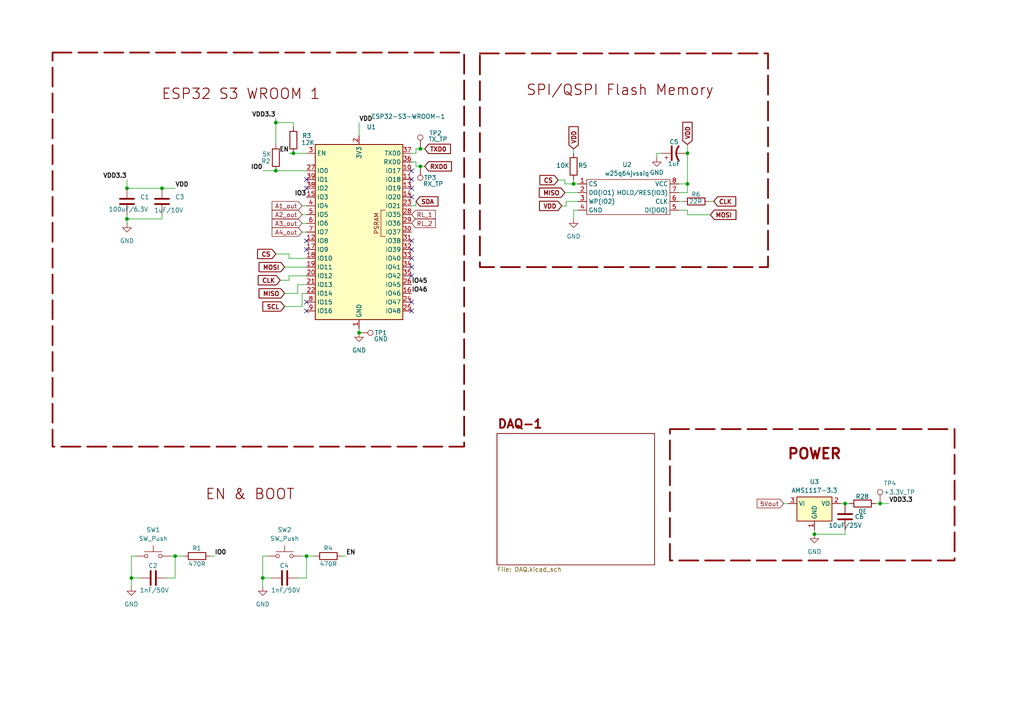
<source format=kicad_sch>
(kicad_sch (version 20231120) (generator "eeschema") (generator_version "8.0")
  (paper "A4")
  (lib_symbols
    (symbol "Connector:TestPoint" (pin_numbers hide) (pin_names (offset 0.762) hide)
      (property "Reference" "TP" (at 0 6.858 0))
      (property "Value" "TestPoint" (at 0 5.08 0))
      (symbol "TestPoint_0_1"
        (circle (center 0 3.302) (radius 0.762))
      )
      (symbol "TestPoint_1_1"
        (pin passive line (at 0 0 90) (length 2.54) (name "1") (number "1"))
      )
    )
    (symbol "Device:C" (pin_numbers hide) (pin_names (offset 0.254))
      (property "Reference" "C" (at 0.635 2.54 0))
      (property "Value" "C" (at 0.635 -2.54 0))
      (symbol "C_0_1"
        (polyline (pts (xy -2.032 -0.762) (xy 2.032 -0.762)) (stroke (width 0.508)))
        (polyline (pts (xy -2.032 0.762) (xy 2.032 0.762)) (stroke (width 0.508)))
      )
      (symbol "C_1_1"
        (pin passive line (at 0 3.81 270) (length 2.794) (name "~") (number "1"))
        (pin passive line (at 0 -3.81 90) (length 2.794) (name "~") (number "2"))
      )
    )
    (symbol "Device:C_Polarized_US" (pin_numbers hide) (pin_names (offset 0.254) hide)
      (property "Reference" "C" (at 0.635 2.54 0))
      (property "Value" "C_Polarized_US" (at 0.635 -2.54 0))
      (symbol "C_Polarized_US_0_1"
        (polyline (pts (xy -2.032 0.762) (xy 2.032 0.762)) (stroke (width 0.508)))
        (polyline (pts (xy -1.778 2.286) (xy -0.762 2.286)))
        (polyline (pts (xy -1.27 1.778) (xy -1.27 2.794)))
        (arc (start 2.032 -1.27) (mid 0 -0.5572) (end -2.032 -1.27) (stroke (width 0.508)))
      )
      (symbol "C_Polarized_US_1_1"
        (pin passive line (at 0 3.81 270) (length 2.794) (name "~") (number "1"))
        (pin passive line (at 0 -3.81 90) (length 3.302) (name "~") (number "2"))
      )
    )
    (symbol "Device:R" (pin_numbers hide) (pin_names (offset 0))
      (property "Reference" "R" (at 2.032 0 90))
      (property "Value" "R" (at 0 0 90))
      (symbol "R_0_1"
        (rectangle (start -1.016 -2.54) (end 1.016 2.54) (stroke (width 0.254)))
      )
      (symbol "R_1_1"
        (pin passive line (at 0 3.81 270) (length 1.27) (name "~") (number "1"))
        (pin passive line (at 0 -3.81 90) (length 1.27) (name "~") (number "2"))
      )
    )
    (symbol "RF_Module:ESP32-S3-WROOM-1"
      (property "Reference" "U" (at -12.7 26.67 0))
      (property "Value" "ESP32-S3-WROOM-1" (at 12.7 26.67 0))
      (symbol "ESP32-S3-WROOM-1_0_0"
        (rectangle (start -12.7 25.4) (end 12.7 -25.4) (stroke (width 0.254)) (fill (type background)))
        (text "PSRAM" (at 5.08 2.54 900) (effects (font (size 1.27 1.27))))
      )
      (symbol "ESP32-S3-WROOM-1_0_1"
        (polyline (pts (xy 7.62 -1.27) (xy 6.35 -1.27) (xy 6.35 6.35) (xy 7.62 6.35)))
      )
      (symbol "ESP32-S3-WROOM-1_1_1"
        (pin power_in line (at 0 -27.94 90) (length 2.54) (name "GND") (number "1"))
        (pin bidirectional line (at 15.24 17.78 180) (length 2.54) (name "IO17") (number "10"))
        (pin bidirectional line (at 15.24 15.24 180) (length 2.54) (name "IO18") (number "11"))
        (pin bidirectional line (at -15.24 -2.54 0) (length 2.54) (name "IO8") (number "12"))
        (pin bidirectional line (at 15.24 12.7 180) (length 2.54) (name "IO19") (number "13"))
        (pin bidirectional line (at 15.24 10.16 180) (length 2.54) (name "IO20") (number "14"))
        (pin bidirectional line (at -15.24 10.16 0) (length 2.54) (name "IO3") (number "15"))
        (pin bidirectional line (at 15.24 -17.78 180) (length 2.54) (name "IO46") (number "16"))
        (pin bidirectional line (at -15.24 -5.08 0) (length 2.54) (name "IO9") (number "17"))
        (pin bidirectional line (at -15.24 -7.62 0) (length 2.54) (name "IO10") (number "18"))
        (pin bidirectional line (at -15.24 -10.16 0) (length 2.54) (name "IO11") (number "19"))
        (pin power_in line (at 0 27.94 270) (length 2.54) (name "3V3") (number "2"))
        (pin bidirectional line (at -15.24 -12.7 0) (length 2.54) (name "IO12") (number "20"))
        (pin bidirectional line (at -15.24 -15.24 0) (length 2.54) (name "IO13") (number "21"))
        (pin bidirectional line (at -15.24 -17.78 0) (length 2.54) (name "IO14") (number "22"))
        (pin bidirectional line (at 15.24 7.62 180) (length 2.54) (name "IO21") (number "23"))
        (pin bidirectional line (at 15.24 -20.32 180) (length 2.54) (name "IO47") (number "24"))
        (pin bidirectional line (at 15.24 -22.86 180) (length 2.54) (name "IO48") (number "25"))
        (pin bidirectional line (at 15.24 -15.24 180) (length 2.54) (name "IO45") (number "26"))
        (pin bidirectional line (at -15.24 17.78 0) (length 2.54) (name "IO0") (number "27"))
        (pin bidirectional line (at 15.24 5.08 180) (length 2.54) (name "IO35") (number "28"))
        (pin bidirectional line (at 15.24 2.54 180) (length 2.54) (name "IO36") (number "29"))
        (pin input line (at -15.24 22.86 0) (length 2.54) (name "EN") (number "3"))
        (pin bidirectional line (at 15.24 0 180) (length 2.54) (name "IO37") (number "30"))
        (pin bidirectional line (at 15.24 -2.54 180) (length 2.54) (name "IO38") (number "31"))
        (pin bidirectional line (at 15.24 -5.08 180) (length 2.54) (name "IO39") (number "32"))
        (pin bidirectional line (at 15.24 -7.62 180) (length 2.54) (name "IO40") (number "33"))
        (pin bidirectional line (at 15.24 -10.16 180) (length 2.54) (name "IO41") (number "34"))
        (pin bidirectional line (at 15.24 -12.7 180) (length 2.54) (name "IO42") (number "35"))
        (pin bidirectional line (at 15.24 20.32 180) (length 2.54) (name "RXD0") (number "36"))
        (pin bidirectional line (at 15.24 22.86 180) (length 2.54) (name "TXD0") (number "37"))
        (pin bidirectional line (at -15.24 12.7 0) (length 2.54) (name "IO2") (number "38"))
        (pin bidirectional line (at -15.24 15.24 0) (length 2.54) (name "IO1") (number "39"))
        (pin bidirectional line (at -15.24 7.62 0) (length 2.54) (name "IO4") (number "4"))
        (pin passive line (at 0 -27.94 90) (length 2.54) hide (name "GND") (number "40"))
        (pin passive line (at 0 -27.94 90) (length 2.54) hide (name "GND") (number "41"))
        (pin bidirectional line (at -15.24 5.08 0) (length 2.54) (name "IO5") (number "5"))
        (pin bidirectional line (at -15.24 2.54 0) (length 2.54) (name "IO6") (number "6"))
        (pin bidirectional line (at -15.24 0 0) (length 2.54) (name "IO7") (number "7"))
        (pin bidirectional line (at -15.24 -20.32 0) (length 2.54) (name "IO15") (number "8"))
        (pin bidirectional line (at -15.24 -22.86 0) (length 2.54) (name "IO16") (number "9"))
      )
    )
    (symbol "Regulator_Linear:AMS1117-3.3"
      (property "Reference" "U" (at -3.81 3.175 0))
      (property "Value" "AMS1117-3.3" (at 0 3.175 0))
      (symbol "AMS1117-3.3_0_1"
        (rectangle (start -5.08 -5.08) (end 5.08 1.905) (stroke (width 0.254)) (fill (type background)))
      )
      (symbol "AMS1117-3.3_1_1"
        (pin power_in line (at 0 -7.62 90) (length 2.54) (name "GND") (number "1"))
        (pin power_out line (at 7.62 0 180) (length 2.54) (name "VO") (number "2"))
        (pin power_in line (at -7.62 0 0) (length 2.54) (name "VI") (number "3"))
      )
    )
    (symbol "Switch:SW_Push" (pin_numbers hide) (pin_names (offset 1.016) hide)
      (property "Reference" "SW" (at 1.27 2.54 0))
      (property "Value" "SW_Push" (at 0 -1.524 0))
      (symbol "SW_Push_0_1"
        (circle (center -2.032 0) (radius 0.508))
        (polyline (pts (xy 0 1.27) (xy 0 3.048)))
        (polyline (pts (xy 2.54 1.27) (xy -2.54 1.27)))
        (circle (center 2.032 0) (radius 0.508))
        (pin passive line (at -5.08 0 0) (length 2.54) (name "1") (number "1"))
        (pin passive line (at 5.08 0 180) (length 2.54) (name "2") (number "2"))
      )
    )
    (symbol "W25Q64JVSSIQ_sym:W25Q64JVSSIQsoic_8"
      (property "Reference" "U" (at 13.716 2.794 0))
      (symbol "W25Q64JVSSIQsoic_8_0_1"
        (rectangle (start 1.27 1.27) (end 25.4 -8.89))
      )
      (symbol "W25Q64JVSSIQsoic_8_1_1"
        (pin input line (at -1.27 0 0) (length 2.54) (name "CS") (number "1"))
        (pin input line (at -1.27 -2.54 0) (length 2.54) (name "DO(IO1)") (number "2"))
        (pin input line (at -1.27 -5.08 0) (length 2.54) (name "WP(IO2)") (number "3"))
        (pin input line (at -1.27 -7.62 0) (length 2.54) (name "GND") (number "4"))
        (pin input line (at 27.94 -7.62 180) (length 2.54) (name "DI(IO0)") (number "5"))
        (pin input line (at 27.94 -5.08 180) (length 2.54) (name "CLK") (number "6"))
        (pin input line (at 27.94 -2.54 180) (length 2.54) (name "HOLD/RES(IO3)") (number "7"))
        (pin input line (at 27.94 0 180) (length 2.54) (name "VCC") (number "8"))
      )
    )
    (symbol "power:GND" (power) (pin_numbers hide) (pin_names (offset 0) hide)
      (property "Value" "GND" (at 0 -3.81 0))
      (symbol "GND_0_1"
        (polyline (pts (xy 0 0) (xy 0 -1.27) (xy 1.27 -1.27) (xy 0 -2.54) (xy -1.27 -1.27) (xy 0 -1.27)))
      )
      (symbol "GND_1_1"
        (pin power_in line (at 0 0 270) (length 0) (name "~") (number "1"))
      )
    )
  )
  (junction (at 76.2 167.64))
  (junction (at 121.92 43.18))
  (junction (at 80.01 35.56))
  (junction (at 38.1 167.64))
  (junction (at 121.92 48.26))
  (junction (at 46.99 54.61))
  (junction (at 199.39 44.45))
  (junction (at 80.01 49.53))
  (junction (at 245.11 146.05))
  (junction (at 50.8 161.29))
  (junction (at 36.83 63.5))
  (junction (at 166.37 53.34))
  (junction (at 255.27 146.05))
  (junction (at 104.14 96.52))
  (junction (at 199.39 53.34))
  (junction (at 36.83 54.61))
  (junction (at 85.09 44.45))
  (junction (at 236.22 154.94))
  (junction (at 88.9 161.29))
  (no_connect (at 88.9 87.63))
  (no_connect (at 119.38 77.47))
  (no_connect (at 119.38 90.17))
  (no_connect (at 88.9 69.85))
  (no_connect (at 119.38 57.15))
  (no_connect (at 88.9 72.39))
  (no_connect (at 119.38 80.01))
  (no_connect (at 88.9 90.17))
  (no_connect (at 119.38 69.85))
  (no_connect (at 119.38 72.39))
  (no_connect (at 119.38 52.07))
  (no_connect (at 119.38 87.63))
  (no_connect (at 119.38 54.61))
  (no_connect (at 119.38 74.93))
  (no_connect (at 88.9 52.07))
  (no_connect (at 119.38 49.53))
  (no_connect (at 88.9 54.61))
  (wire (pts (xy 88.9 167.64) (xy 86.36 167.64)))
  (wire (pts (xy 161.8725 52.2307) (xy 163.83 52.2307)))
  (wire (pts (xy 243.84 146.05) (xy 245.11 146.05)))
  (wire (pts (xy 199.39 44.45) (xy 199.39 53.34)))
  (wire (pts (xy 76.2 167.64) (xy 78.74 167.64)))
  (wire (pts (xy 120.65 59.69) (xy 120.65 58.42)))
  (wire (pts (xy 190.5 45.72) (xy 190.5 44.45)))
  (wire (pts (xy 166.37 43.18) (xy 166.37 44.45)))
  (wire (pts (xy 121.92 43.18) (xy 120.65 43.18)))
  (wire (pts (xy 46.99 63.5) (xy 46.99 62.23)))
  (wire (pts (xy 120.65 46.99) (xy 120.65 48.26)))
  (wire (pts (xy 190.5 44.45) (xy 191.77 44.45)))
  (wire (pts (xy 38.1 161.29) (xy 38.1 167.64)))
  (wire (pts (xy 83.82 73.66) (xy 83.82 74.93)))
  (wire (pts (xy 80.01 35.56) (xy 80.01 41.91)))
  (wire (pts (xy 87.63 59.69) (xy 88.9 59.69)))
  (wire (pts (xy 83.82 81.28) (xy 83.82 80.01)))
  (wire (pts (xy 104.14 35.56) (xy 104.14 39.37)))
  (wire (pts (xy 199.39 53.34) (xy 199.39 55.88)))
  (wire (pts (xy 121.92 43.18) (xy 123.19 43.18)))
  (wire (pts (xy 82.55 85.09) (xy 86.36 85.09)))
  (wire (pts (xy 87.63 85.09) (xy 88.9 85.09)))
  (wire (pts (xy 76.2 170.18) (xy 76.2 167.64)))
  (wire (pts (xy 227.33 146.05) (xy 228.6 146.05)))
  (wire (pts (xy 257.81 146.05) (xy 255.27 146.05)))
  (wire (pts (xy 164.1966 58.42) (xy 167.64 58.42)))
  (wire (pts (xy 80.01 34.29) (xy 80.01 35.56)))
  (wire (pts (xy 39.37 161.29) (xy 38.1 161.29)))
  (wire (pts (xy 53.34 161.29) (xy 50.8 161.29)))
  (wire (pts (xy 36.83 63.5) (xy 46.99 63.5)))
  (wire (pts (xy 163.83 53.34) (xy 166.37 53.34)))
  (wire (pts (xy 163.83 55.88) (xy 167.64 55.88)))
  (wire (pts (xy 80.01 73.66) (xy 83.82 73.66)))
  (wire (pts (xy 86.36 85.09) (xy 86.36 82.55)))
  (wire (pts (xy 196.85 53.34) (xy 199.39 53.34)))
  (wire (pts (xy 83.82 44.45) (xy 85.09 44.45)))
  (wire (pts (xy 85.09 35.56) (xy 85.09 36.83)))
  (wire (pts (xy 46.99 54.61) (xy 50.8 54.61)))
  (wire (pts (xy 120.65 44.45) (xy 120.65 43.18)))
  (wire (pts (xy 80.01 35.56) (xy 85.09 35.56)))
  (wire (pts (xy 166.37 53.34) (xy 167.64 53.34)))
  (wire (pts (xy 77.47 161.29) (xy 76.2 161.29)))
  (wire (pts (xy 236.22 154.94) (xy 245.11 154.94)))
  (wire (pts (xy 49.53 161.29) (xy 50.8 161.29)))
  (wire (pts (xy 86.36 82.55) (xy 88.9 82.55)))
  (wire (pts (xy 236.22 154.94) (xy 236.22 153.67)))
  (wire (pts (xy 82.55 77.47) (xy 88.9 77.47)))
  (wire (pts (xy 38.1 167.64) (xy 40.64 167.64)))
  (wire (pts (xy 50.8 161.29) (xy 50.8 167.64)))
  (wire (pts (xy 87.63 64.77) (xy 88.9 64.77)))
  (wire (pts (xy 36.83 64.77) (xy 36.83 63.5)))
  (wire (pts (xy 196.85 55.88) (xy 199.39 55.88)))
  (wire (pts (xy 87.63 67.31) (xy 88.9 67.31)))
  (wire (pts (xy 100.33 161.29) (xy 99.06 161.29)))
  (wire (pts (xy 87.63 88.9) (xy 87.63 85.09)))
  (wire (pts (xy 83.82 80.01) (xy 88.9 80.01)))
  (wire (pts (xy 82.55 88.9) (xy 87.63 88.9)))
  (wire (pts (xy 199.39 60.96) (xy 196.85 60.96)))
  (wire (pts (xy 166.37 60.96) (xy 167.64 60.96)))
  (wire (pts (xy 205.74 58.42) (xy 207.01 58.42)))
  (wire (pts (xy 62.23 161.29) (xy 60.96 161.29)))
  (wire (pts (xy 199.39 62.2999) (xy 199.39 60.96)))
  (wire (pts (xy 163.83 52.2307) (xy 163.83 53.34)))
  (wire (pts (xy 83.82 74.93) (xy 88.9 74.93)))
  (wire (pts (xy 81.28 81.28) (xy 83.82 81.28)))
  (wire (pts (xy 162.9266 59.7262) (xy 164.1966 59.7262)))
  (wire (pts (xy 104.14 96.52) (xy 104.14 95.25)))
  (wire (pts (xy 119.38 59.69) (xy 120.65 59.69)))
  (wire (pts (xy 36.83 54.61) (xy 46.99 54.61)))
  (wire (pts (xy 245.11 146.05) (xy 246.38 146.05)))
  (wire (pts (xy 50.8 167.64) (xy 48.26 167.64)))
  (wire (pts (xy 245.11 154.94) (xy 245.11 153.67)))
  (wire (pts (xy 206.0454 62.2999) (xy 199.39 62.2999)))
  (wire (pts (xy 121.92 48.26) (xy 120.65 48.26)))
  (wire (pts (xy 76.2 49.53) (xy 80.01 49.53)))
  (wire (pts (xy 166.37 52.07) (xy 166.37 53.34)))
  (wire (pts (xy 121.92 48.26) (xy 123.19 48.26)))
  (wire (pts (xy 254 146.05) (xy 255.27 146.05)))
  (wire (pts (xy 91.44 161.29) (xy 88.9 161.29)))
  (wire (pts (xy 76.2 161.29) (xy 76.2 167.64)))
  (wire (pts (xy 119.38 46.99) (xy 120.65 46.99)))
  (wire (pts (xy 88.9 161.29) (xy 88.9 167.64)))
  (wire (pts (xy 199.39 41.91) (xy 199.39 44.45)))
  (wire (pts (xy 87.63 62.23) (xy 88.9 62.23)))
  (wire (pts (xy 198.12 58.42) (xy 196.85 58.42)))
  (wire (pts (xy 85.09 44.45) (xy 88.9 44.45)))
  (wire (pts (xy 164.1966 59.7262) (xy 164.1966 58.42)))
  (wire (pts (xy 87.63 161.29) (xy 88.9 161.29)))
  (wire (pts (xy 36.83 63.5) (xy 36.83 62.23)))
  (wire (pts (xy 38.1 170.18) (xy 38.1 167.64)))
  (wire (pts (xy 36.83 52.07) (xy 36.83 54.61)))
  (wire (pts (xy 166.37 63.5) (xy 166.37 60.96)))
  (wire (pts (xy 80.01 49.53) (xy 88.9 49.53)))
  (wire (pts (xy 119.38 44.45) (xy 120.65 44.45)))
  (rectangle (start 139.192 15.494) (end 222.758 77.47) (stroke (width 0.5) (type dash) (color 132 0 0 1)))
  (rectangle (start 15.24 15.24) (end 134.62 129.54) (stroke (width 0.5) (type dash) (color 132 0 0 1)))
  (rectangle (start 194.31 124.46) (end 276.86 162.56) (stroke (width 0.5) (type dash) (color 132 0 0 1)))
  (text "POWER" (at 236.22 131.826 0) (effects (font (size 3 3) (thickness 0.6) (bold yes))))
  (text "SPI/QSPI Flash Memory\n\n" (at 179.832 28.702 0) (effects (font (size 3 3) (thickness 0.254) (bold yes))))
  (text "ESP32 S3 WROOM 1\n" (at 69.85 27.432 0) (effects (font (size 3 3) (thickness 0.254) (bold yes))))
  (text "EN & BOOT \n" (at 73.66 143.51 0) (effects (font (size 3 3) (thickness 0.254) (bold yes))))
  (label "IO46" (at 119.38 85.09 0) (effects (font (bold yes))))
  (label "VDD3.3" (at 36.83 52.07 180) (effects (font (bold yes))))
  (label "EN" (at 100.33 161.29 0) (effects (font (bold yes))))
  (label "IO0" (at 62.23 161.29 0) (effects (font (bold yes))))
  (label "VDD" (at 104.14 35.56 0) (effects (font (bold yes))))
  (label "IO45" (at 119.38 82.55 0) (effects (font (bold yes))))
  (label "VDD" (at 50.8 54.61 0) (effects (font (bold yes))))
  (label "IO3" (at 88.9 57.15 180) (effects (font (bold yes))))
  (label "VDD3.3" (at 80.01 34.29 180) (effects (font (bold yes))))
  (label "VDD3.3" (at 257.81 146.05 0) (effects (font (bold yes))))
  (label "IO0" (at 76.2 49.53 180) (effects (font (bold yes))))
  (label "EN" (at 83.82 44.45 180) (effects (font (bold yes))))
  (global_label "TXD0" (shape input) (at 123.19 43.18 0) (effects (font (bold yes))) (property "Intersheetrefs" "${INTERSHEET_REFS}" (effects (hide yes))))
  (global_label "VDD" (shape input) (at 162.9266 59.7262 180) (effects (font (bold yes))) (property "Intersheetrefs" "${INTERSHEET_REFS}" (effects (hide yes))))
  (global_label "RL_1" (shape input) (at 119.38 62.23 0) (property "Intersheetrefs" "${INTERSHEET_REFS}" (effects (hide yes))))
  (global_label "SCL" (shape input) (at 82.55 88.9 180) (effects (font (bold yes))) (property "Intersheetrefs" "${INTERSHEET_REFS}" (effects (hide yes))))
  (global_label "CLK" (shape input) (at 207.01 58.42 0) (effects (font (bold yes))) (property "Intersheetrefs" "${INTERSHEET_REFS}" (effects (hide yes))))
  (global_label "MOSI" (shape input) (at 206.0454 62.2999 0) (effects (font (bold yes))) (property "Intersheetrefs" "${INTERSHEET_REFS}" (effects (hide yes))))
  (global_label "A2_out" (shape input) (at 87.63 62.23 180) (property "Intersheetrefs" "${INTERSHEET_REFS}" (effects (hide yes))))
  (global_label "CLK" (shape input) (at 81.28 81.28 180) (effects (font (bold yes))) (property "Intersheetrefs" "${INTERSHEET_REFS}" (effects (hide yes))))
  (global_label "VDD" (shape input) (at 166.37 43.18 90) (effects (font (bold yes))) (property "Intersheetrefs" "${INTERSHEET_REFS}" (effects (hide yes))))
  (global_label "SDA" (shape input) (at 120.65 58.42 0) (effects (font (bold yes))) (property "Intersheetrefs" "${INTERSHEET_REFS}" (effects (hide yes))))
  (global_label "A4_out" (shape input) (at 87.63 67.31 180) (property "Intersheetrefs" "${INTERSHEET_REFS}" (effects (hide yes))))
  (global_label "CS" (shape input) (at 161.8725 52.2307 180) (effects (font (bold yes))) (property "Intersheetrefs" "${INTERSHEET_REFS}" (effects (hide yes))))
  (global_label "RXD0" (shape input) (at 123.19 48.26 0) (effects (font (bold yes))) (property "Intersheetrefs" "${INTERSHEET_REFS}" (effects (hide yes))))
  (global_label "CS" (shape input) (at 80.01 73.66 180) (effects (font (bold yes))) (property "Intersheetrefs" "${INTERSHEET_REFS}" (effects (hide yes))))
  (global_label "MOSI" (shape input) (at 82.55 77.47 180) (effects (font (bold yes))) (property "Intersheetrefs" "${INTERSHEET_REFS}" (effects (hide yes))))
  (global_label "VDD" (shape input) (at 199.39 41.91 90) (effects (font (bold yes))) (property "Intersheetrefs" "${INTERSHEET_REFS}" (effects (hide yes))))
  (global_label "MISO" (shape input) (at 163.83 55.88 180) (effects (font (bold yes))) (property "Intersheetrefs" "${INTERSHEET_REFS}" (effects (hide yes))))
  (global_label "MISO" (shape input) (at 82.55 85.09 180) (effects (font (bold yes))) (property "Intersheetrefs" "${INTERSHEET_REFS}" (effects (hide yes))))
  (global_label "A1_out" (shape input) (at 87.63 59.69 180) (property "Intersheetrefs" "${INTERSHEET_REFS}" (effects (hide yes))))
  (global_label "RL_2" (shape input) (at 119.38 64.77 0) (property "Intersheetrefs" "${INTERSHEET_REFS}" (effects (hide yes))))
  (global_label "5Vout" (shape input) (at 227.33 146.05 180) (property "Intersheetrefs" "${INTERSHEET_REFS}" (effects (hide yes))))
  (global_label "A3_out" (shape input) (at 87.63 64.77 180) (property "Intersheetrefs" "${INTERSHEET_REFS}" (effects (hide yes))))
  (symbol (lib_id "Device:R") (at 95.25 161.29 90) (unit 1)
    (property "Reference" "R4" (at 96.52 159.004 90) (effects (justify left)))
    (property "Value" "470R" (at 97.79 163.576 90) (effects (justify left)))
    (property "Footprint" "Resistor_SMD:R_1206_3216Metric_Pad1.30x1.75mm_HandSolder" (effects (hide yes)))
    (property "Description" "Resistor" (effects (hide yes)))
  )
  (symbol (lib_id "Connector:TestPoint") (at 121.92 43.18 0) (unit 1)
    (property "Reference" "TP2" (at 124.46 38.6079 0) (effects (justify left)))
    (property "Value" "TX_TP" (at 124.206 40.386 0) (effects (justify left)))
    (property "Footprint" "TestPoint:TestPoint_THTPad_D1.0mm_Drill0.5mm" (effects (hide yes)))
    (property "Description" "test point" (effects (hide yes)))
  )
  (symbol (lib_id "Connector:TestPoint") (at 104.14 96.52 270) (unit 1)
    (property "Reference" "TP1" (at 112.268 96.5199 90) (effects (justify right)))
    (property "Value" "GND" (at 112.522 98.298 90) (effects (justify right)))
    (property "Footprint" "TestPoint:TestPoint_THTPad_D1.0mm_Drill0.5mm" (effects (hide yes)))
    (property "Description" "test point" (effects (hide yes)))
  )
  (symbol (lib_id "Device:R") (at 201.93 58.42 90) (unit 1)
    (property "Reference" "R6" (at 203.2 56.388 90) (effects (justify left)))
    (property "Value" "22R" (at 203.708 58.42 90) (effects (justify left)))
    (property "Footprint" "Resistor_SMD:R_1206_3216Metric_Pad1.30x1.75mm_HandSolder" (effects (hide yes)))
    (property "Description" "Resistor" (effects (hide yes)))
  )
  (symbol (lib_id "power:GND") (at 36.83 64.77 0) (unit 1)
    (property "Reference" "#PWR01" (effects (hide yes)))
    (property "Value" "GND" (at 36.83 69.85 0))
    (property "Description" "Power symbol creates a global label with name \"GND\" , ground" (effects (hide yes)))
  )
  (symbol (lib_id "power:GND") (at 166.37 63.5 0) (unit 1)
    (property "Reference" "#PWR05" (effects (hide yes)))
    (property "Value" "GND" (at 166.37 68.58 0))
    (property "Description" "Power symbol creates a global label with name \"GND\" , ground" (effects (hide yes)))
  )
  (symbol (lib_id "Device:R") (at 250.19 146.05 270) (unit 1)
    (property "Reference" "R28" (at 248.158 144.018 90) (effects (justify left)))
    (property "Value" "0E" (at 248.92 148.336 90) (effects (justify left)))
    (property "Footprint" "Resistor_SMD:R_1206_3216Metric_Pad1.30x1.75mm_HandSolder" (effects (hide yes)))
    (property "Description" "Resistor" (effects (hide yes)))
  )
  (symbol (lib_id "Device:R") (at 166.37 48.26 0) (unit 1)
    (property "Reference" "R5" (at 167.64 48.0059 0) (effects (justify left)))
    (property "Value" "10K" (at 161.29 48.006 0) (effects (justify left)))
    (property "Footprint" "Resistor_SMD:R_1206_3216Metric_Pad1.30x1.75mm_HandSolder" (effects (hide yes)))
    (property "Description" "Resistor" (effects (hide yes)))
  )
  (symbol (lib_id "Connector:TestPoint") (at 121.92 48.26 180) (unit 1)
    (property "Reference" "TP3" (at 122.936 51.5619 0) (effects (justify right)))
    (property "Value" "RX_TP" (at 122.682 53.34 0) (effects (justify right)))
    (property "Footprint" "TestPoint:TestPoint_THTPad_D1.0mm_Drill0.5mm" (effects (hide yes)))
    (property "Description" "test point" (effects (hide yes)))
  )
  (symbol (lib_id "Device:R") (at 85.09 40.64 0) (unit 1)
    (property "Reference" "R3" (at 87.63 39.3699 0) (effects (justify left)))
    (property "Value" "12K" (at 87.376 41.402 0) (effects (justify left)))
    (property "Footprint" "Resistor_SMD:R_1206_3216Metric_Pad1.30x1.75mm_HandSolder" (effects (hide yes)))
    (property "Description" "Resistor" (effects (hide yes)))
  )
  (symbol (lib_id "Device:R") (at 80.01 45.72 180) (unit 1)
    (property "Reference" "R2" (at 78.486 46.7361 0) (effects (justify left)))
    (property "Value" "5K" (at 78.74 44.704 0) (effects (justify left)))
    (property "Footprint" "Resistor_SMD:R_1206_3216Metric_Pad1.30x1.75mm_HandSolder" (effects (hide yes)))
    (property "Description" "Resistor" (effects (hide yes)))
  )
  (symbol (lib_id "W25Q64JVSSIQ_sym:W25Q64JVSSIQsoic_8") (at 168.91 53.34 0) (unit 1)
    (property "Reference" "U2" (at 181.864 47.752 0))
    (property "Value" "w25q64jvssiq" (at 181.864 50.292 0))
    (property "Footprint" "Package_SO:SOIC-8_5.23x5.23mm_P1.27mm" (effects (hide yes)))
  )
  (symbol (lib_id "Regulator_Linear:AMS1117-3.3") (at 236.22 146.05 0) (unit 1)
    (property "Reference" "U3" (at 236.22 139.7 0))
    (property "Value" "AMS1117-3.3" (at 236.22 142.24 0))
    (property "Footprint" "Package_TO_SOT_SMD:SOT-223-3_TabPin2" (effects (hide yes)))
    (property "Datasheet" "http://www.advanced-monolithic.com/pdf/ds1117.pdf" (effects (hide yes)))
    (property "Description" "1A Low Dropout regulator, positive, 3.3V fixed output, SOT-223" (effects (hide yes)))
  )
  (symbol (lib_id "power:GND") (at 104.14 96.52 0) (unit 1)
    (property "Reference" "#PWR04" (effects (hide yes)))
    (property "Value" "GND" (at 104.14 101.6 0))
    (property "Description" "Power symbol creates a global label with name \"GND\" , ground" (effects (hide yes)))
  )
  (symbol (lib_id "power:GND") (at 236.22 154.94 0) (unit 1)
    (property "Reference" "#PWR07" (effects (hide yes)))
    (property "Value" "GND" (at 236.22 160.02 0))
    (property "Description" "Power symbol creates a global label with name \"GND\" , ground" (effects (hide yes)))
  )
  (symbol (lib_id "Connector:TestPoint") (at 255.27 146.05 0) (unit 1)
    (property "Reference" "TP4" (at 256.286 140.208 0) (effects (justify left)))
    (property "Value" "+3.3V_TP" (at 256.286 142.748 0) (effects (justify left)))
    (property "Footprint" "TestPoint:TestPoint_THTPad_D1.0mm_Drill0.5mm" (effects (hide yes)))
    (property "Description" "test point" (effects (hide yes)))
  )
  (symbol (lib_id "Device:C") (at 82.55 167.64 90) (unit 1)
    (property "Reference" "C4" (at 83.82 164.084 90) (effects (justify left)))
    (property "Value" "1nF/50V" (at 87.122 171.196 90) (effects (justify left)))
    (property "Footprint" "Capacitor_SMD:C_1206_3216Metric_Pad1.33x1.80mm_HandSolder" (effects (hide yes)))
    (property "Description" "Unpolarized capacitor" (effects (hide yes)))
  )
  (symbol (lib_id "Device:C") (at 46.99 58.42 0) (unit 1)
    (property "Reference" "C3" (at 50.8 57.1499 0) (effects (justify left)))
    (property "Value" "1uF/10V" (at 44.704 60.96 0) (effects (justify left)))
    (property "Footprint" "Capacitor_SMD:C_1206_3216Metric_Pad1.33x1.80mm_HandSolder" (effects (hide yes)))
    (property "Description" "Unpolarized capacitor" (effects (hide yes)))
  )
  (symbol (lib_id "Switch:SW_Push") (at 82.55 161.29 0) (unit 1)
    (property "Reference" "SW2" (at 82.55 153.67 0))
    (property "Value" "SW_Push" (at 82.55 156.21 0))
    (property "Footprint" "Button_Switch_THT:SW_PUSH_6mm_H5mm" (effects (hide yes)))
    (property "Description" "Push button switch, generic, two pins" (effects (hide yes)))
  )
  (symbol (lib_id "Device:C_Polarized_US") (at 195.58 44.45 90) (unit 1)
    (property "Reference" "C5" (at 196.85 41.148 90) (effects (justify left)))
    (property "Value" "1uF" (at 197.358 47.498 90) (effects (justify left)))
    (property "Footprint" "Capacitor_SMD:C_1206_3216Metric_Pad1.33x1.80mm_HandSolder" (effects (hide yes)))
    (property "Description" "Polarized capacitor, US symbol" (effects (hide yes)))
  )
  (symbol (lib_id "power:GND") (at 38.1 170.18 0) (unit 1)
    (property "Reference" "#PWR02" (effects (hide yes)))
    (property "Value" "GND" (at 38.1 175.26 0))
    (property "Description" "Power symbol creates a global label with name \"GND\" , ground" (effects (hide yes)))
  )
  (symbol (lib_id "Switch:SW_Push") (at 44.45 161.29 0) (unit 1)
    (property "Reference" "SW1" (at 44.45 153.67 0))
    (property "Value" "SW_Push" (at 44.45 156.21 0))
    (property "Footprint" "Button_Switch_THT:SW_PUSH_6mm_H5mm" (effects (hide yes)))
    (property "Description" "Push button switch, generic, two pins" (effects (hide yes)))
  )
  (symbol (lib_id "Device:C") (at 245.11 149.86 0) (unit 1)
    (property "Reference" "C6" (at 247.904 149.86 0) (effects (justify left)))
    (property "Value" "10uF/25V" (at 240.284 152.4 0) (effects (justify left)))
    (property "Footprint" "Capacitor_SMD:CP_Elec_4x5.3" (effects (hide yes)))
    (property "Description" "Unpolarized capacitor" (effects (hide yes)))
  )
  (symbol (lib_id "Device:C") (at 36.83 58.42 0) (unit 1)
    (property "Reference" "C1" (at 40.64 57.1499 0) (effects (justify left)))
    (property "Value" "100uF/6.3V" (at 31.496 60.706 0) (effects (justify left)))
    (property "Footprint" "Capacitor_SMD:C_1206_3216Metric_Pad1.33x1.80mm_HandSolder" (effects (hide yes)))
    (property "Description" "Unpolarized capacitor" (effects (hide yes)))
  )
  (symbol (lib_id "power:GND") (at 76.2 170.18 0) (unit 1)
    (property "Reference" "#PWR03" (effects (hide yes)))
    (property "Value" "GND" (at 76.2 175.26 0))
    (property "Description" "Power symbol creates a global label with name \"GND\" , ground" (effects (hide yes)))
  )
  (symbol (lib_id "Device:R") (at 57.15 161.29 90) (unit 1)
    (property "Reference" "R1" (at 58.42 159.004 90) (effects (justify left)))
    (property "Value" "470R" (at 59.69 163.576 90) (effects (justify left)))
    (property "Footprint" "Resistor_SMD:R_1206_3216Metric_Pad1.30x1.75mm_HandSolder" (effects (hide yes)))
    (property "Description" "Resistor" (effects (hide yes)))
  )
  (symbol (lib_id "RF_Module:ESP32-S3-WROOM-1") (at 104.14 67.31 0) (unit 1)
    (property "Reference" "U1" (at 106.3341 36.83 0) (effects (justify left)))
    (property "Value" "ESP32-S3-WROOM-1" (at 107.696 33.782 0) (effects (justify left)))
    (property "Footprint" "RF_Module:ESP32-S3-WROOM-1" (effects (hide yes)))
    (property "Datasheet" "https://www.espressif.com/sites/default/files/documentation/esp32-s3-wroom-1_wroom-1u_datasheet_en.pdf" (effects (hide yes)))
    (property "Description" "RF Module, ESP32-S3 SoC, Wi-Fi 802.11b/g/n, Bluetooth, BLE, 32-bit, 3.3V, onboard antenna, SMD" (effects (hide yes)))
  )
  (symbol (lib_id "Device:C") (at 44.45 167.64 90) (unit 1)
    (property "Reference" "C2" (at 45.72 164.084 90) (effects (justify left)))
    (property "Value" "1nF/50V" (at 49.022 171.196 90) (effects (justify left)))
    (property "Footprint" "Capacitor_SMD:C_1206_3216Metric_Pad1.33x1.80mm_HandSolder" (effects (hide yes)))
    (property "Description" "Unpolarized capacitor" (effects (hide yes)))
  )
  (symbol (lib_id "power:GND") (at 190.5 45.72 0) (unit 1)
    (property "Reference" "#PWR06" (effects (hide yes)))
    (property "Value" "GND" (at 190.5 50.038 0))
    (property "Description" "Power symbol creates a global label with name \"GND\" , ground" (effects (hide yes)))
  )
  (sheet (at 144.145 125.73) (size 45.72 38.1) (stroke (width 0.1524))
    (property "Sheetname" "DAQ-1" (at 144.145 124.4034 0) (effects (font (size 2.5 2.5) (bold yes)) (justify left bottom)))
    (property "Sheetfile" "DAQ.kicad_sch" (at 144.145 164.4146 0) (effects (justify left top)))
  )
)
</source>
